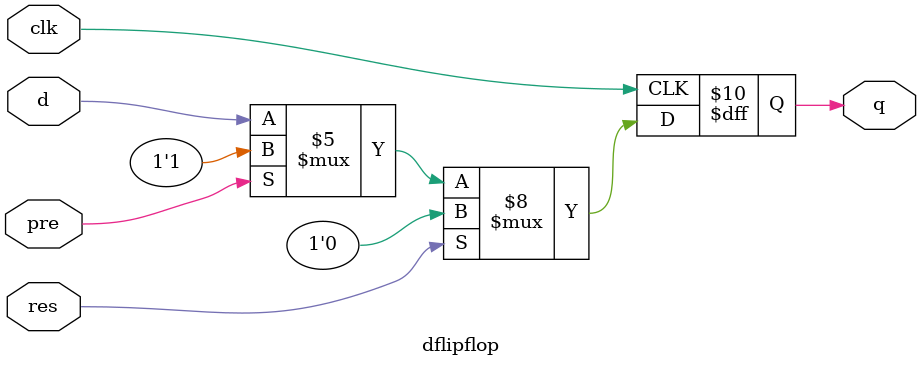
<source format=v>
`timescale 1ns / 1ps


module dflipflop(input d, input clk, input res, input pre, output reg q);
    always @(posedge clk)
    begin
    if(res == 1'b1)
        q <= 1'b0;
    else if( pre == 1'b1)
        q <= 1'b1;
    else 
        q <= d;
    end
endmodule

</source>
